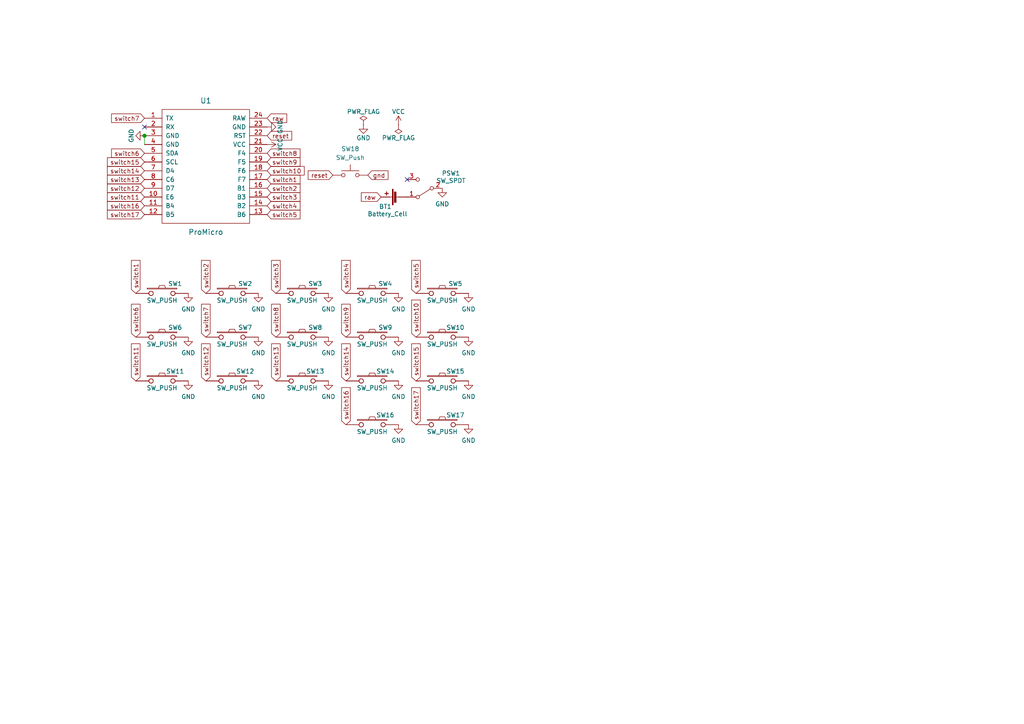
<source format=kicad_sch>
(kicad_sch (version 20211123) (generator eeschema)
  (paper "A4")
  (title_block (title "artemis (アルテミス)") (date "2022-01-25") (rev "0.3") (company "<3"))
  (lib_symbols
    (symbol "Device:Battery_Cell" (pin_numbers hide) (pin_names (offset 0) hide)
      (property "Reference" "BT" (at 2.54 2.54 0))
      (property "Value" "Battery_Cell" (at 2.54 0 0))
      (symbol "Battery_Cell_0_1"
        (rectangle (start -2.286 1.778) (end 2.286 1.524) (fill (type outline)))
        (rectangle (start -1.5748 1.1938) (end 1.4732 0.6858) (fill (type outline)))
        (polyline (pts (xy 0 0.762) (xy 0 0)))
        (polyline (pts (xy 0 1.778) (xy 0 2.54)))
        (polyline (pts (xy 0.508 3.429) (xy 1.524 3.429)) (stroke (width 0.254)))
        (polyline (pts (xy 1.016 3.937) (xy 1.016 2.921)) (stroke (width 0.254)))
      )
      (symbol "Battery_Cell_1_1"
        (pin passive line (at 0 5.08 270) (length 2.54) (name "+") (number "1"))
        (pin passive line (at 0 -2.54 90) (length 2.54) (name "-") (number "2"))
      )
    )
    (symbol "Switch:SW_Push" (pin_numbers hide) (pin_names (offset 1.016) hide)
      (property "Reference" "SW" (at 1.27 2.54 0))
      (property "Value" "SW_Push" (at 0 -1.524 0))
      (symbol "SW_Push_0_1"
        (circle (center -2.032 0) (radius 0.508))
        (polyline (pts (xy 0 1.27) (xy 0 3.048)))
        (polyline (pts (xy 2.54 1.27) (xy -2.54 1.27)))
        (circle (center 2.032 0) (radius 0.508))
        (pin passive line (at -5.08 0 0) (length 2.54) (name "1") (number "1"))
        (pin passive line (at 5.08 0 180) (length 2.54) (name "2") (number "2"))
      )
    )
    (symbol "Switch:SW_SPDT" (pin_names (offset 0) hide)
      (property "Reference" "SW" (at 0 4.318 0))
      (property "Value" "SW_SPDT" (at 0 -5.08 0))
      (symbol "SW_SPDT_0_0"
        (circle (center -2.032 0) (radius 0.508))
        (circle (center 2.032 -2.54) (radius 0.508))
      )
      (symbol "SW_SPDT_0_1"
        (polyline (pts (xy -1.524 0.254) (xy 1.651 2.286)))
        (circle (center 2.032 2.54) (radius 0.508))
      )
      (symbol "SW_SPDT_1_1"
        (pin passive line (at 5.08 2.54 180) (length 2.54) (name "A") (number "1"))
        (pin passive line (at -5.08 0 0) (length 2.54) (name "B") (number "2"))
        (pin passive line (at 5.08 -2.54 180) (length 2.54) (name "C") (number "3"))
      )
    )
    (symbol "bugs:ProMicro-kbd" (pin_names (offset 1.016))
      (property "Reference" "U" (at 0 24.13 0))
      (property "Value" "ProMicro-kbd" (at 0 -13.97 0))
      (symbol "ProMicro-kbd_0_1"
        (rectangle (start -12.7 21.59) (end 12.7 -11.43))
      )
      (symbol "ProMicro-kbd_1_1"
        (pin bidirectional line (at -17.78 19.05 0) (length 5.08) (name "TX") (number "1"))
        (pin bidirectional line (at -17.78 -3.81 0) (length 5.08) (name "E6") (number "10"))
        (pin bidirectional line (at -17.78 -6.35 0) (length 5.08) (name "B4") (number "11"))
        (pin bidirectional line (at -17.78 -8.89 0) (length 5.08) (name "B5") (number "12"))
        (pin bidirectional line (at 17.78 -8.89 180) (length 5.08) (name "B6") (number "13"))
        (pin bidirectional line (at 17.78 -6.35 180) (length 5.08) (name "B2") (number "14"))
        (pin bidirectional line (at 17.78 -3.81 180) (length 5.08) (name "B3") (number "15"))
        (pin bidirectional line (at 17.78 -1.27 180) (length 5.08) (name "B1") (number "16"))
        (pin bidirectional line (at 17.78 1.27 180) (length 5.08) (name "F7") (number "17"))
        (pin bidirectional line (at 17.78 3.81 180) (length 5.08) (name "F6") (number "18"))
        (pin bidirectional line (at 17.78 6.35 180) (length 5.08) (name "F5") (number "19"))
        (pin bidirectional line (at -17.78 16.51 0) (length 5.08) (name "RX") (number "2"))
        (pin bidirectional line (at 17.78 8.89 180) (length 5.08) (name "F4") (number "20"))
        (pin power_in line (at 17.78 11.43 180) (length 5.08) (name "VCC") (number "21"))
        (pin input line (at 17.78 13.97 180) (length 5.08) (name "RST") (number "22"))
        (pin power_in line (at 17.78 16.51 180) (length 5.08) (name "GND") (number "23"))
        (pin power_out line (at 17.78 19.05 180) (length 5.08) (name "RAW") (number "24"))
        (pin power_in line (at -17.78 13.97 0) (length 5.08) (name "GND") (number "3"))
        (pin power_in line (at -17.78 11.43 0) (length 5.08) (name "GND") (number "4"))
        (pin bidirectional line (at -17.78 8.89 0) (length 5.08) (name "SDA") (number "5"))
        (pin bidirectional line (at -17.78 6.35 0) (length 5.08) (name "SCL") (number "6"))
        (pin bidirectional line (at -17.78 3.81 0) (length 5.08) (name "D4") (number "7"))
        (pin bidirectional line (at -17.78 1.27 0) (length 5.08) (name "C6") (number "8"))
        (pin bidirectional line (at -17.78 -1.27 0) (length 5.08) (name "D7") (number "9"))
      )
    )
    (symbol "bugs:SW_PUSH-kbd" (pin_numbers hide) (pin_names (offset 1.016) hide)
      (property "Reference" "SW" (at 3.81 2.794 0))
      (property "Value" "SW_PUSH-kbd" (at 0 -2.032 0))
      (symbol "SW_PUSH-kbd_0_1"
        (rectangle (start -4.318 1.27) (end 4.318 1.524))
        (polyline (pts (xy -1.016 1.524) (xy -0.762 2.286) (xy 0.762 2.286) (xy 1.016 1.524)))
        (pin passive inverted (at -7.62 0 0) (length 5.08) (name "1") (number "1"))
        (pin passive inverted (at 7.62 0 180) (length 5.08) (name "2") (number "2"))
      )
    )
    (symbol "knott:SW_PUSH-kbd" (pin_numbers hide) (pin_names (offset 1.016) hide)
      (property "Reference" "SW" (at 3.81 2.794 0))
      (property "Value" "SW_PUSH-kbd" (at 0 -2.032 0))
      (symbol "SW_PUSH-kbd_0_1"
        (rectangle (start -4.318 1.27) (end 4.318 1.524))
        (polyline (pts (xy -1.016 1.524) (xy -0.762 2.286) (xy 0.762 2.286) (xy 1.016 1.524)))
        (pin passive inverted (at -7.62 0 0) (length 5.08) (name "1") (number "1"))
        (pin passive inverted (at 7.62 0 180) (length 5.08) (name "2") (number "2"))
      )
    )
    (symbol "power:GND" (power) (pin_names (offset 0))
      (property "Value" "GND" (at 0 -3.81 0))
      (symbol "GND_0_1"
        (polyline (pts (xy 0 0) (xy 0 -1.27) (xy 1.27 -1.27) (xy 0 -2.54) (xy -1.27 -1.27) (xy 0 -1.27)))
      )
      (symbol "GND_1_1"
        (pin power_in line (at 0 0 270) (length 0) hide (name "GND") (number "1"))
      )
    )
    (symbol "power:PWR_FLAG" (power) (pin_numbers hide) (pin_names (offset 0) hide)
      (property "Value" "PWR_FLAG" (at 0 3.81 0))
      (symbol "PWR_FLAG_0_0"
        (pin power_out line (at 0 0 90) (length 0) (name "pwr") (number "1"))
      )
      (symbol "PWR_FLAG_0_1"
        (polyline (pts (xy 0 0) (xy 0 1.27) (xy -1.016 1.905) (xy 0 2.54) (xy 1.016 1.905) (xy 0 1.27)))
      )
    )
    (symbol "power:VCC" (power) (pin_names (offset 0))
      (property "Value" "VCC" (at 0 3.81 0))
      (symbol "VCC_0_1"
        (polyline (pts (xy -0.762 1.27) (xy 0 2.54)))
        (polyline (pts (xy 0 0) (xy 0 2.54)))
        (polyline (pts (xy 0 2.54) (xy 0.762 1.27)))
      )
      (symbol "VCC_1_1"
        (pin power_in line (at 0 0 90) (length 0) hide (name "VCC") (number "1"))
      )
    )
  )
  (junction (at 41.91 39.37) (diameter 1.016))
  (no_connect (at 118.11 52.07))
  (no_connect (at 41.91 36.83))
  (wire (pts (xy 41.91 39.37) (xy 41.91 41.91)))
  (global_label "reset" (shape input) (at 77.47 39.37 0) (property "Intersheet References" "${INTERSHEET_REFS}" (effects hide)))
  (global_label "switch4" (shape input) (at 77.47 59.69 0) (property "Intersheet References" "${INTERSHEET_REFS}" (effects hide)))
  (global_label "switch11" (shape input) (at 39.37 110.49 90) (property "Intersheet References" "${INTERSHEET_REFS}" (effects hide)))
  (global_label "switch13" (shape input) (at 41.91 52.07 180) (property "Intersheet References" "${INTERSHEET_REFS}" (effects hide)))
  (global_label "switch14" (shape input) (at 41.91 49.53 180) (property "Intersheet References" "${INTERSHEET_REFS}" (effects hide)))
  (global_label "switch11" (shape input) (at 41.91 57.15 180) (property "Intersheet References" "${INTERSHEET_REFS}" (effects hide)))
  (global_label "switch12" (shape input) (at 59.69 110.49 90) (property "Intersheet References" "${INTERSHEET_REFS}" (effects hide)))
  (global_label "switch13" (shape input) (at 80.01 110.49 90) (property "Intersheet References" "${INTERSHEET_REFS}" (effects hide)))
  (global_label "switch7" (shape input) (at 59.69 97.79 90) (property "Intersheet References" "${INTERSHEET_REFS}" (effects hide)))
  (global_label "switch5" (shape input) (at 77.47 62.23 0) (property "Intersheet References" "${INTERSHEET_REFS}" (effects hide)))
  (global_label "raw" (shape input) (at 77.47 34.29 0) (property "Intersheet References" "${INTERSHEET_REFS}" (effects hide)))
  (global_label "switch2" (shape input) (at 77.47 54.61 0) (property "Intersheet References" "${INTERSHEET_REFS}" (effects hide)))
  (global_label "switch15" (shape input) (at 41.91 46.99 180) (property "Intersheet References" "${INTERSHEET_REFS}" (effects hide)))
  (global_label "switch7" (shape input) (at 41.91 34.29 180) (property "Intersheet References" "${INTERSHEET_REFS}" (effects hide)))
  (global_label "switch9" (shape input) (at 100.33 97.79 90) (property "Intersheet References" "${INTERSHEET_REFS}" (effects hide)))
  (global_label "switch6" (shape input) (at 41.91 44.45 180) (property "Intersheet References" "${INTERSHEET_REFS}" (effects hide)))
  (global_label "switch1" (shape input) (at 39.37 85.09 90) (property "Intersheet References" "${INTERSHEET_REFS}" (effects hide)))
  (global_label "switch14" (shape input) (at 100.33 110.49 90) (property "Intersheet References" "${INTERSHEET_REFS}" (effects hide)))
  (global_label "gnd" (shape input) (at 106.68 50.8 0) (property "Intersheet References" "${INTERSHEET_REFS}" (effects hide)))
  (global_label "switch17" (shape input) (at 120.65 123.19 90) (property "Intersheet References" "${INTERSHEET_REFS}" (effects hide)))
  (global_label "switch3" (shape input) (at 80.01 85.09 90) (property "Intersheet References" "${INTERSHEET_REFS}" (effects hide)))
  (global_label "raw" (shape input) (at 110.49 57.15 180) (property "Intersheet References" "${INTERSHEET_REFS}" (effects hide)))
  (global_label "switch10" (shape input) (at 77.47 49.53 0) (property "Intersheet References" "${INTERSHEET_REFS}" (effects hide)))
  (global_label "switch8" (shape input) (at 80.01 97.79 90) (property "Intersheet References" "${INTERSHEET_REFS}" (effects hide)))
  (global_label "switch5" (shape input) (at 120.65 85.09 90) (property "Intersheet References" "${INTERSHEET_REFS}" (effects hide)))
  (global_label "switch15" (shape input) (at 120.65 110.49 90) (property "Intersheet References" "${INTERSHEET_REFS}" (effects hide)))
  (global_label "switch16" (shape input) (at 41.91 59.69 180) (property "Intersheet References" "${INTERSHEET_REFS}" (effects hide)))
  (global_label "switch3" (shape input) (at 77.47 57.15 0) (property "Intersheet References" "${INTERSHEET_REFS}" (effects hide)))
  (global_label "switch9" (shape input) (at 77.47 46.99 0) (property "Intersheet References" "${INTERSHEET_REFS}" (effects hide)))
  (global_label "switch2" (shape input) (at 59.69 85.09 90) (property "Intersheet References" "${INTERSHEET_REFS}" (effects hide)))
  (global_label "switch6" (shape input) (at 39.37 97.79 90) (property "Intersheet References" "${INTERSHEET_REFS}" (effects hide)))
  (global_label "switch8" (shape input) (at 77.47 44.45 0) (property "Intersheet References" "${INTERSHEET_REFS}" (effects hide)))
  (global_label "switch16" (shape input) (at 100.33 123.19 90) (property "Intersheet References" "${INTERSHEET_REFS}" (effects hide)))
  (global_label "switch12" (shape input) (at 41.91 54.61 180) (property "Intersheet References" "${INTERSHEET_REFS}" (effects hide)))
  (global_label "reset" (shape input) (at 96.52 50.8 180) (property "Intersheet References" "${INTERSHEET_REFS}" (effects hide)))
  (global_label "switch4" (shape input) (at 100.33 85.09 90) (property "Intersheet References" "${INTERSHEET_REFS}" (effects hide)))
  (global_label "switch10" (shape input) (at 120.65 97.79 90) (property "Intersheet References" "${INTERSHEET_REFS}" (effects hide)))
  (global_label "switch17" (shape input) (at 41.91 62.23 180) (property "Intersheet References" "${INTERSHEET_REFS}" (effects hide)))
  (global_label "switch1" (shape input) (at 77.47 52.07 0) (property "Intersheet References" "${INTERSHEET_REFS}" (effects hide)))
  (symbol (lib_id "bugs:ProMicro-kbd") (at 59.69 53.34 0) (unit 1)
    (property "Reference" "U1" (at 59.69 29.21 0) (effects (font (size 1.524 1.524))))
    (property "Value" "ProMicro" (at 59.69 67.31 0) (effects (font (size 1.524 1.524))))
    (property "Footprint" "jmnw:ProMicro_sing-rev" (effects hide))
  )
  (symbol (lib_id "bugs:SW_PUSH-kbd") (at 46.99 85.09 0) (unit 1)
    (property "Reference" "SW1" (at 50.8 82.296 0))
    (property "Value" "SW_PUSH" (at 46.99 87.122 0))
    (property "Footprint" "bugs:Choc_reversible" (effects hide))
  )
  (symbol (lib_id "knott:SW_PUSH-kbd") (at 67.31 85.09 0) (unit 1)
    (property "Reference" "SW2" (at 71.12 82.296 0))
    (property "Value" "SW_PUSH" (at 67.31 87.122 0))
    (property "Footprint" "bugs:Choc_reversible" (effects hide))
  )
  (symbol (lib_id "knott:SW_PUSH-kbd") (at 87.63 85.09 0) (unit 1)
    (property "Reference" "SW3" (at 91.44 82.296 0))
    (property "Value" "SW_PUSH" (at 87.63 87.122 0))
    (property "Footprint" "bugs:Choc_reversible" (effects hide))
  )
  (symbol (lib_id "knott:SW_PUSH-kbd") (at 107.95 85.09 0) (unit 1)
    (property "Reference" "SW4" (at 111.76 82.296 0))
    (property "Value" "SW_PUSH" (at 107.95 87.122 0))
    (property "Footprint" "bugs:Choc_reversible" (effects hide))
  )
  (symbol (lib_id "knott:SW_PUSH-kbd") (at 128.27 85.09 0) (unit 1)
    (property "Reference" "SW5" (at 132.08 82.296 0))
    (property "Value" "SW_PUSH" (at 128.27 87.122 0))
    (property "Footprint" "bugs:Choc_reversible" (effects hide))
  )
  (symbol (lib_id "knott:SW_PUSH-kbd") (at 46.99 97.79 0) (unit 1)
    (property "Reference" "SW6" (at 50.8 94.996 0))
    (property "Value" "SW_PUSH" (at 46.99 99.822 0))
    (property "Footprint" "bugs:Choc_reversible" (effects hide))
  )
  (symbol (lib_id "knott:SW_PUSH-kbd") (at 67.31 97.79 0) (unit 1)
    (property "Reference" "SW7" (at 71.12 94.996 0))
    (property "Value" "SW_PUSH" (at 67.31 99.822 0))
    (property "Footprint" "bugs:Choc_reversible" (effects hide))
  )
  (symbol (lib_id "knott:SW_PUSH-kbd") (at 87.63 97.79 0) (unit 1)
    (property "Reference" "SW8" (at 91.44 94.996 0))
    (property "Value" "SW_PUSH" (at 87.63 99.822 0))
    (property "Footprint" "bugs:Choc_reversible" (effects hide))
  )
  (symbol (lib_id "knott:SW_PUSH-kbd") (at 107.95 97.79 0) (unit 1)
    (property "Reference" "SW9" (at 111.76 94.996 0))
    (property "Value" "SW_PUSH" (at 107.95 99.822 0))
    (property "Footprint" "bugs:Choc_reversible" (effects hide))
  )
  (symbol (lib_id "knott:SW_PUSH-kbd") (at 128.27 97.79 0) (unit 1)
    (property "Reference" "SW10" (at 132.08 94.996 0))
    (property "Value" "SW_PUSH" (at 128.27 99.822 0))
    (property "Footprint" "bugs:Choc_reversible" (effects hide))
  )
  (symbol (lib_id "knott:SW_PUSH-kbd") (at 46.99 110.49 0) (unit 1)
    (property "Reference" "SW11" (at 50.8 107.696 0))
    (property "Value" "SW_PUSH" (at 46.99 112.522 0))
    (property "Footprint" "bugs:Choc_reversible" (effects hide))
  )
  (symbol (lib_id "knott:SW_PUSH-kbd") (at 67.31 110.49 0) (unit 1)
    (property "Reference" "SW12" (at 71.12 107.696 0))
    (property "Value" "SW_PUSH" (at 67.31 112.522 0))
    (property "Footprint" "bugs:Choc_reversible" (effects hide))
  )
  (symbol (lib_id "knott:SW_PUSH-kbd") (at 87.63 110.49 0) (unit 1)
    (property "Reference" "SW13" (at 91.44 107.696 0))
    (property "Value" "SW_PUSH" (at 87.63 112.522 0))
    (property "Footprint" "bugs:Choc_reversible" (effects hide))
  )
  (symbol (lib_id "knott:SW_PUSH-kbd") (at 107.95 110.49 0) (unit 1)
    (property "Reference" "SW14" (at 111.76 107.696 0))
    (property "Value" "SW_PUSH" (at 107.95 112.522 0))
    (property "Footprint" "bugs:Choc_reversible" (effects hide))
  )
  (symbol (lib_id "knott:SW_PUSH-kbd") (at 128.27 123.19 0) (unit 1)
    (property "Reference" "SW17" (at 132.08 120.396 0))
    (property "Value" "SW_PUSH" (at 128.27 125.222 0))
    (property "Footprint" "bugs:Choc_reversible" (effects hide))
  )
  (symbol (lib_id "power:GND") (at 77.47 36.83 90) (unit 1)
    (property "Reference" "#PWR01" (effects hide))
    (property "Value" "GND" (at 81.28 36.83 0))
  )
  (symbol (lib_id "power:VCC") (at 77.47 41.91 270) (unit 1)
    (property "Reference" "#PWR023" (effects hide))
    (property "Value" "VCC" (at 81.28 41.91 0))
  )
  (symbol (lib_id "power:GND") (at 41.91 39.37 270) (unit 1)
    (property "Reference" "#PWR02" (effects hide))
    (property "Value" "GND" (at 38.1 39.37 0))
  )
  (symbol (lib_id "power:GND") (at 105.41 36.195 0) (unit 1)
    (property "Reference" "#PWR03" (effects hide))
    (property "Value" "GND" (at 105.41 40.005 0))
  )
  (symbol (lib_id "power:VCC") (at 115.57 36.195 0) (unit 1)
    (property "Reference" "#PWR04" (effects hide))
    (property "Value" "VCC" (at 115.57 32.385 0))
  )
  (symbol (lib_id "power:PWR_FLAG") (at 115.57 36.195 180) (unit 1)
    (property "Reference" "#FLG05" (effects hide))
    (property "Value" "PWR_FLAG" (at 115.57 40.005 0))
  )
  (symbol (lib_id "power:PWR_FLAG") (at 105.41 36.195 0) (unit 1)
    (property "Reference" "#FLG06" (effects hide))
    (property "Value" "PWR_FLAG" (at 105.41 32.385 0))
  )
  (symbol (lib_id "Switch:SW_SPDT") (at 123.19 54.61 180) (unit 1)
    (property "Reference" "PSW1" (at 130.81 50.2624 0))
    (property "Value" "SW_SPDT" (at 130.81 52.4025 0))
    (property "Footprint" "bugs:Power_reversible" (effects hide))
  )
  (symbol (lib_id "power:GND") (at 115.57 110.49 0) (unit 1)
    (property "Reference" "#PWR0112" (effects hide))
    (property "Value" "GND" (at 115.57 115.0526 0))
  )
  (symbol (lib_id "power:GND") (at 74.93 97.79 0) (unit 1)
    (property "Reference" "#PWR0103" (effects hide))
    (property "Value" "GND" (at 74.93 102.3526 0))
  )
  (symbol (lib_id "power:GND") (at 135.89 123.19 0) (unit 1)
    (property "Reference" "#PWR0113" (effects hide))
    (property "Value" "GND" (at 135.89 127.7526 0))
  )
  (symbol (lib_id "Switch:SW_Push") (at 101.6 50.8 0) (unit 1)
    (property "Reference" "SW18" (at 101.6 43.18 0))
    (property "Value" "SW_Push" (at 101.6 45.72 0))
    (property "Footprint" "kbd:ResetSW" (effects hide))
  )
  (symbol (lib_id "power:GND") (at 95.25 110.49 0) (unit 1)
    (property "Reference" "#PWR0115" (effects hide))
    (property "Value" "GND" (at 95.25 115.0526 0))
  )
  (symbol (lib_id "power:GND") (at 115.57 123.19 0) (unit 1)
    (property "Reference" "#PWR0106" (effects hide))
    (property "Value" "GND" (at 115.57 127.7526 0))
  )
  (symbol (lib_id "knott:SW_PUSH-kbd") (at 107.95 123.19 0) (unit 1)
    (property "Reference" "SW16" (at 111.76 120.396 0))
    (property "Value" "SW_PUSH" (at 107.95 125.222 0))
    (property "Footprint" "bugs:Choc_reversible" (effects hide))
  )
  (symbol (lib_id "power:GND") (at 95.25 97.79 0) (unit 1)
    (property "Reference" "#PWR0117" (effects hide))
    (property "Value" "GND" (at 95.25 102.3526 0))
  )
  (symbol (lib_id "power:GND") (at 54.61 85.09 0) (unit 1)
    (property "Reference" "#PWR0105" (effects hide))
    (property "Value" "GND" (at 54.61 89.6526 0))
  )
  (symbol (lib_id "power:GND") (at 74.93 110.49 0) (unit 1)
    (property "Reference" "#PWR0116" (effects hide))
    (property "Value" "GND" (at 74.93 115.0526 0))
  )
  (symbol (lib_id "power:GND") (at 128.27 54.61 0) (unit 1)
    (property "Reference" "#PWR0101" (effects hide))
    (property "Value" "GND" (at 128.27 59.1726 0))
  )
  (symbol (lib_id "power:GND") (at 54.61 97.79 0) (unit 1)
    (property "Reference" "#PWR0107" (effects hide))
    (property "Value" "GND" (at 54.61 102.3526 0))
  )
  (symbol (lib_id "power:GND") (at 115.57 97.79 0) (unit 1)
    (property "Reference" "#PWR0109" (effects hide))
    (property "Value" "GND" (at 115.57 102.3526 0))
  )
  (symbol (lib_id "power:GND") (at 54.61 110.49 0) (unit 1)
    (property "Reference" "#PWR0102" (effects hide))
    (property "Value" "GND" (at 54.61 115.0526 0))
  )
  (symbol (lib_id "knott:SW_PUSH-kbd") (at 128.27 110.49 0) (unit 1)
    (property "Reference" "SW15" (at 132.08 107.696 0))
    (property "Value" "SW_PUSH" (at 128.27 112.522 0))
    (property "Footprint" "bugs:Choc_reversible" (effects hide))
  )
  (symbol (lib_id "power:GND") (at 74.93 85.09 0) (unit 1)
    (property "Reference" "#PWR0104" (effects hide))
    (property "Value" "GND" (at 74.93 89.6526 0))
  )
  (symbol (lib_id "power:GND") (at 135.89 110.49 0) (unit 1)
    (property "Reference" "#PWR0118" (effects hide))
    (property "Value" "GND" (at 135.89 115.0526 0))
  )
  (symbol (lib_id "power:GND") (at 115.57 85.09 0) (unit 1)
    (property "Reference" "#PWR0108" (effects hide))
    (property "Value" "GND" (at 115.57 89.6526 0))
  )
  (symbol (lib_id "Device:Battery_Cell") (at 115.57 57.15 90) (unit 1)
    (property "Reference" "BT1" (at 111.76 59.9144 90))
    (property "Value" "Battery_Cell" (at 112.395 62.0545 90))
    (property "Footprint" "bugs:Battery_pads_reversible" (effects hide))
  )
  (symbol (lib_id "power:GND") (at 135.89 85.09 0) (unit 1)
    (property "Reference" "#PWR0110" (effects hide))
    (property "Value" "GND" (at 135.89 89.6526 0))
  )
  (symbol (lib_id "power:GND") (at 95.25 85.09 0) (unit 1)
    (property "Reference" "#PWR0114" (effects hide))
    (property "Value" "GND" (at 95.25 89.6526 0))
  )
  (symbol (lib_id "power:GND") (at 135.89 97.79 0) (unit 1)
    (property "Reference" "#PWR0111" (effects hide))
    (property "Value" "GND" (at 135.89 102.3526 0))
  )
)
</source>
